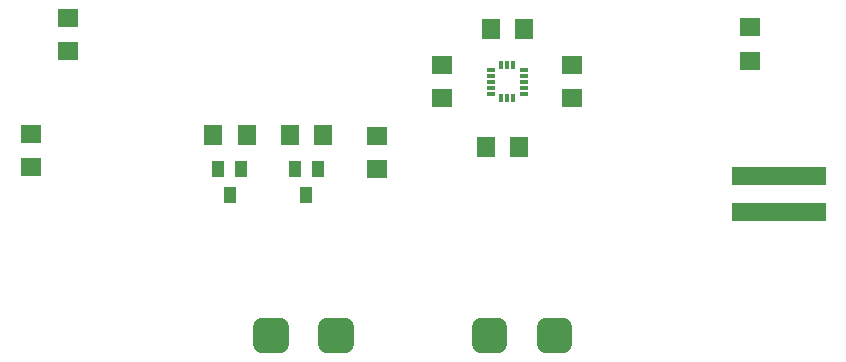
<source format=gbp>
G75*
%MOIN*%
%OFA0B0*%
%FSLAX24Y24*%
%IPPOS*%
%LPD*%
%AMOC8*
5,1,8,0,0,1.08239X$1,22.5*
%
%ADD10R,0.0710X0.0630*%
%ADD11C,0.0591*%
%ADD12R,0.3150X0.0591*%
%ADD13R,0.0276X0.0118*%
%ADD14R,0.0118X0.0276*%
%ADD15R,0.0709X0.0630*%
%ADD16R,0.0630X0.0709*%
%ADD17R,0.0394X0.0551*%
%ADD18R,0.0630X0.0710*%
D10*
X014989Y006752D03*
X014989Y007872D03*
X004674Y010689D03*
X004674Y011809D03*
X003438Y007935D03*
X003438Y006815D03*
X027418Y010370D03*
X027418Y011490D03*
D11*
X011741Y001504D02*
X011741Y000914D01*
X011151Y000914D01*
X011151Y001504D01*
X011741Y001504D01*
X011151Y001504D01*
X013906Y001504D02*
X013906Y000914D01*
X013316Y000914D01*
X013316Y001504D01*
X013906Y001504D01*
X013316Y001504D01*
X019024Y001504D02*
X019024Y000914D01*
X018434Y000914D01*
X018434Y001504D01*
X019024Y001504D01*
X018434Y001504D01*
X021189Y001504D02*
X021189Y000914D01*
X020599Y000914D01*
X020599Y001504D01*
X021189Y001504D01*
X020599Y001504D01*
D12*
X028375Y005343D03*
X028375Y006524D03*
D13*
X019871Y009280D03*
X019871Y009477D03*
X019871Y009674D03*
X019871Y009871D03*
X019871Y010068D03*
X018769Y010068D03*
X018769Y009871D03*
X018769Y009674D03*
X018769Y009477D03*
X018769Y009280D03*
D14*
X019123Y009123D03*
X019320Y009123D03*
X019517Y009123D03*
X019517Y010225D03*
X019320Y010225D03*
X019123Y010225D03*
D15*
X017154Y010225D03*
X017154Y009123D03*
X021485Y009123D03*
X021485Y010225D03*
D16*
X019871Y011446D03*
X018769Y011446D03*
X018611Y007509D03*
X019713Y007509D03*
D17*
X013001Y006761D03*
X012253Y006761D03*
X010442Y006761D03*
X009694Y006761D03*
X010068Y005894D03*
X012627Y005894D03*
D18*
X013187Y007902D03*
X012067Y007902D03*
X010628Y007902D03*
X009508Y007902D03*
M02*

</source>
